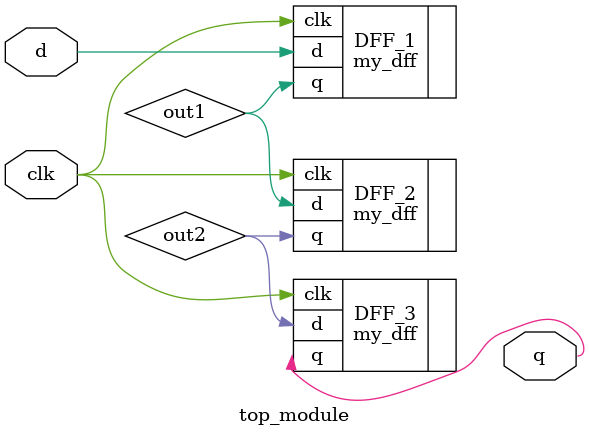
<source format=v>
module top_module ( input clk, input d, output q );
	wire out1, out2; 
    my_dff DFF_1(.clk(clk), .d(d), .q(out1));
    my_dff DFF_2(.clk(clk), .d(out1), .q(out2));
    my_dff DFF_3(.clk(clk), .d(out2), .q(q));
endmodule
</source>
